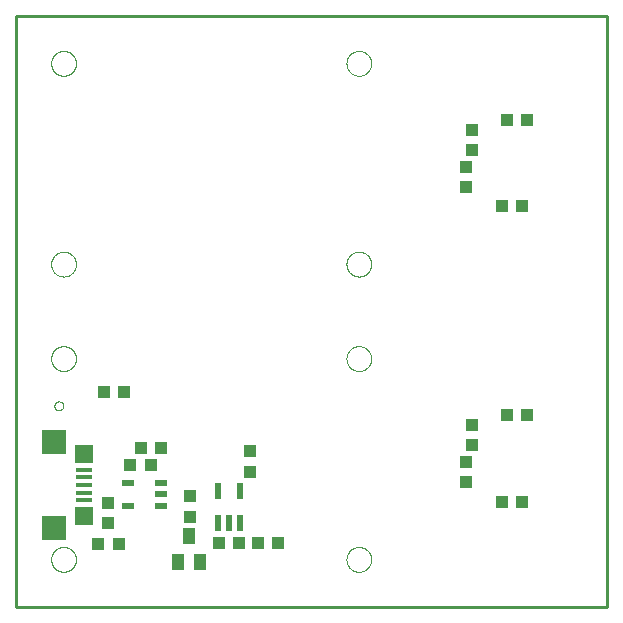
<source format=gtp>
G75*
%MOIN*%
%OFA0B0*%
%FSLAX25Y25*%
%IPPOS*%
%LPD*%
%AMOC8*
5,1,8,0,0,1.08239X$1,22.5*
%
%ADD10C,0.01000*%
%ADD11C,0.00000*%
%ADD12R,0.03937X0.04331*%
%ADD13R,0.04331X0.03937*%
%ADD14R,0.05315X0.01575*%
%ADD15R,0.07874X0.07874*%
%ADD16R,0.05906X0.05906*%
%ADD17R,0.04134X0.04252*%
%ADD18R,0.04331X0.02362*%
%ADD19R,0.04252X0.04134*%
%ADD20R,0.02362X0.05512*%
%ADD21R,0.03937X0.05512*%
D10*
X0001500Y0001500D02*
X0198350Y0001500D01*
X0198350Y0198350D01*
X0001500Y0198350D01*
X0001500Y0001500D01*
D11*
X0013114Y0017248D02*
X0013116Y0017376D01*
X0013122Y0017504D01*
X0013132Y0017631D01*
X0013146Y0017759D01*
X0013163Y0017885D01*
X0013185Y0018011D01*
X0013211Y0018137D01*
X0013240Y0018261D01*
X0013273Y0018385D01*
X0013310Y0018507D01*
X0013351Y0018628D01*
X0013396Y0018748D01*
X0013444Y0018867D01*
X0013496Y0018984D01*
X0013552Y0019099D01*
X0013611Y0019213D01*
X0013673Y0019324D01*
X0013739Y0019434D01*
X0013808Y0019541D01*
X0013881Y0019647D01*
X0013957Y0019750D01*
X0014036Y0019850D01*
X0014118Y0019949D01*
X0014203Y0020044D01*
X0014291Y0020137D01*
X0014382Y0020227D01*
X0014475Y0020314D01*
X0014572Y0020399D01*
X0014670Y0020480D01*
X0014772Y0020558D01*
X0014875Y0020633D01*
X0014981Y0020705D01*
X0015089Y0020774D01*
X0015199Y0020839D01*
X0015312Y0020900D01*
X0015426Y0020959D01*
X0015541Y0021013D01*
X0015659Y0021064D01*
X0015777Y0021112D01*
X0015898Y0021155D01*
X0016019Y0021195D01*
X0016142Y0021231D01*
X0016266Y0021264D01*
X0016391Y0021292D01*
X0016516Y0021317D01*
X0016642Y0021337D01*
X0016769Y0021354D01*
X0016897Y0021367D01*
X0017024Y0021376D01*
X0017152Y0021381D01*
X0017280Y0021382D01*
X0017408Y0021379D01*
X0017536Y0021372D01*
X0017663Y0021361D01*
X0017790Y0021346D01*
X0017917Y0021328D01*
X0018043Y0021305D01*
X0018168Y0021278D01*
X0018292Y0021248D01*
X0018415Y0021214D01*
X0018538Y0021176D01*
X0018659Y0021134D01*
X0018778Y0021088D01*
X0018896Y0021039D01*
X0019013Y0020986D01*
X0019128Y0020930D01*
X0019241Y0020870D01*
X0019352Y0020807D01*
X0019461Y0020740D01*
X0019568Y0020670D01*
X0019673Y0020596D01*
X0019775Y0020520D01*
X0019875Y0020440D01*
X0019973Y0020357D01*
X0020068Y0020271D01*
X0020160Y0020182D01*
X0020249Y0020091D01*
X0020336Y0019997D01*
X0020419Y0019900D01*
X0020500Y0019800D01*
X0020577Y0019699D01*
X0020652Y0019594D01*
X0020723Y0019488D01*
X0020790Y0019379D01*
X0020855Y0019269D01*
X0020915Y0019156D01*
X0020973Y0019042D01*
X0021026Y0018926D01*
X0021076Y0018808D01*
X0021123Y0018689D01*
X0021166Y0018568D01*
X0021205Y0018446D01*
X0021240Y0018323D01*
X0021271Y0018199D01*
X0021299Y0018074D01*
X0021322Y0017948D01*
X0021342Y0017822D01*
X0021358Y0017695D01*
X0021370Y0017568D01*
X0021378Y0017440D01*
X0021382Y0017312D01*
X0021382Y0017184D01*
X0021378Y0017056D01*
X0021370Y0016928D01*
X0021358Y0016801D01*
X0021342Y0016674D01*
X0021322Y0016548D01*
X0021299Y0016422D01*
X0021271Y0016297D01*
X0021240Y0016173D01*
X0021205Y0016050D01*
X0021166Y0015928D01*
X0021123Y0015807D01*
X0021076Y0015688D01*
X0021026Y0015570D01*
X0020973Y0015454D01*
X0020915Y0015340D01*
X0020855Y0015227D01*
X0020790Y0015117D01*
X0020723Y0015008D01*
X0020652Y0014902D01*
X0020577Y0014797D01*
X0020500Y0014696D01*
X0020419Y0014596D01*
X0020336Y0014499D01*
X0020249Y0014405D01*
X0020160Y0014314D01*
X0020068Y0014225D01*
X0019973Y0014139D01*
X0019875Y0014056D01*
X0019775Y0013976D01*
X0019673Y0013900D01*
X0019568Y0013826D01*
X0019461Y0013756D01*
X0019352Y0013689D01*
X0019241Y0013626D01*
X0019128Y0013566D01*
X0019013Y0013510D01*
X0018896Y0013457D01*
X0018778Y0013408D01*
X0018659Y0013362D01*
X0018538Y0013320D01*
X0018415Y0013282D01*
X0018292Y0013248D01*
X0018168Y0013218D01*
X0018043Y0013191D01*
X0017917Y0013168D01*
X0017790Y0013150D01*
X0017663Y0013135D01*
X0017536Y0013124D01*
X0017408Y0013117D01*
X0017280Y0013114D01*
X0017152Y0013115D01*
X0017024Y0013120D01*
X0016897Y0013129D01*
X0016769Y0013142D01*
X0016642Y0013159D01*
X0016516Y0013179D01*
X0016391Y0013204D01*
X0016266Y0013232D01*
X0016142Y0013265D01*
X0016019Y0013301D01*
X0015898Y0013341D01*
X0015777Y0013384D01*
X0015659Y0013432D01*
X0015541Y0013483D01*
X0015426Y0013537D01*
X0015312Y0013596D01*
X0015199Y0013657D01*
X0015089Y0013722D01*
X0014981Y0013791D01*
X0014875Y0013863D01*
X0014772Y0013938D01*
X0014670Y0014016D01*
X0014572Y0014097D01*
X0014475Y0014182D01*
X0014382Y0014269D01*
X0014291Y0014359D01*
X0014203Y0014452D01*
X0014118Y0014547D01*
X0014036Y0014646D01*
X0013957Y0014746D01*
X0013881Y0014849D01*
X0013808Y0014955D01*
X0013739Y0015062D01*
X0013673Y0015172D01*
X0013611Y0015283D01*
X0013552Y0015397D01*
X0013496Y0015512D01*
X0013444Y0015629D01*
X0013396Y0015748D01*
X0013351Y0015868D01*
X0013310Y0015989D01*
X0013273Y0016111D01*
X0013240Y0016235D01*
X0013211Y0016359D01*
X0013185Y0016485D01*
X0013163Y0016611D01*
X0013146Y0016737D01*
X0013132Y0016865D01*
X0013122Y0016992D01*
X0013116Y0017120D01*
X0013114Y0017248D01*
X0014197Y0068429D02*
X0014199Y0068506D01*
X0014205Y0068582D01*
X0014215Y0068658D01*
X0014229Y0068733D01*
X0014246Y0068808D01*
X0014268Y0068881D01*
X0014293Y0068954D01*
X0014323Y0069025D01*
X0014355Y0069094D01*
X0014392Y0069161D01*
X0014431Y0069227D01*
X0014474Y0069290D01*
X0014521Y0069351D01*
X0014570Y0069410D01*
X0014623Y0069466D01*
X0014678Y0069519D01*
X0014736Y0069569D01*
X0014796Y0069616D01*
X0014859Y0069660D01*
X0014924Y0069701D01*
X0014991Y0069738D01*
X0015060Y0069772D01*
X0015130Y0069802D01*
X0015202Y0069828D01*
X0015276Y0069850D01*
X0015350Y0069869D01*
X0015425Y0069884D01*
X0015501Y0069895D01*
X0015577Y0069902D01*
X0015654Y0069905D01*
X0015730Y0069904D01*
X0015807Y0069899D01*
X0015883Y0069890D01*
X0015959Y0069877D01*
X0016033Y0069860D01*
X0016107Y0069840D01*
X0016180Y0069815D01*
X0016251Y0069787D01*
X0016321Y0069755D01*
X0016389Y0069720D01*
X0016455Y0069681D01*
X0016519Y0069639D01*
X0016580Y0069593D01*
X0016640Y0069544D01*
X0016696Y0069493D01*
X0016750Y0069438D01*
X0016801Y0069381D01*
X0016849Y0069321D01*
X0016894Y0069259D01*
X0016935Y0069194D01*
X0016973Y0069128D01*
X0017008Y0069060D01*
X0017038Y0068989D01*
X0017066Y0068918D01*
X0017089Y0068845D01*
X0017109Y0068771D01*
X0017125Y0068696D01*
X0017137Y0068620D01*
X0017145Y0068544D01*
X0017149Y0068467D01*
X0017149Y0068391D01*
X0017145Y0068314D01*
X0017137Y0068238D01*
X0017125Y0068162D01*
X0017109Y0068087D01*
X0017089Y0068013D01*
X0017066Y0067940D01*
X0017038Y0067869D01*
X0017008Y0067798D01*
X0016973Y0067730D01*
X0016935Y0067664D01*
X0016894Y0067599D01*
X0016849Y0067537D01*
X0016801Y0067477D01*
X0016750Y0067420D01*
X0016696Y0067365D01*
X0016640Y0067314D01*
X0016580Y0067265D01*
X0016519Y0067219D01*
X0016455Y0067177D01*
X0016389Y0067138D01*
X0016321Y0067103D01*
X0016251Y0067071D01*
X0016180Y0067043D01*
X0016107Y0067018D01*
X0016033Y0066998D01*
X0015959Y0066981D01*
X0015883Y0066968D01*
X0015807Y0066959D01*
X0015730Y0066954D01*
X0015654Y0066953D01*
X0015577Y0066956D01*
X0015501Y0066963D01*
X0015425Y0066974D01*
X0015350Y0066989D01*
X0015276Y0067008D01*
X0015202Y0067030D01*
X0015130Y0067056D01*
X0015060Y0067086D01*
X0014991Y0067120D01*
X0014924Y0067157D01*
X0014859Y0067198D01*
X0014796Y0067242D01*
X0014736Y0067289D01*
X0014678Y0067339D01*
X0014623Y0067392D01*
X0014570Y0067448D01*
X0014521Y0067507D01*
X0014474Y0067568D01*
X0014431Y0067631D01*
X0014392Y0067697D01*
X0014355Y0067764D01*
X0014323Y0067833D01*
X0014293Y0067904D01*
X0014268Y0067977D01*
X0014246Y0068050D01*
X0014229Y0068125D01*
X0014215Y0068200D01*
X0014205Y0068276D01*
X0014199Y0068352D01*
X0014197Y0068429D01*
X0013114Y0084177D02*
X0013116Y0084305D01*
X0013122Y0084433D01*
X0013132Y0084560D01*
X0013146Y0084688D01*
X0013163Y0084814D01*
X0013185Y0084940D01*
X0013211Y0085066D01*
X0013240Y0085190D01*
X0013273Y0085314D01*
X0013310Y0085436D01*
X0013351Y0085557D01*
X0013396Y0085677D01*
X0013444Y0085796D01*
X0013496Y0085913D01*
X0013552Y0086028D01*
X0013611Y0086142D01*
X0013673Y0086253D01*
X0013739Y0086363D01*
X0013808Y0086470D01*
X0013881Y0086576D01*
X0013957Y0086679D01*
X0014036Y0086779D01*
X0014118Y0086878D01*
X0014203Y0086973D01*
X0014291Y0087066D01*
X0014382Y0087156D01*
X0014475Y0087243D01*
X0014572Y0087328D01*
X0014670Y0087409D01*
X0014772Y0087487D01*
X0014875Y0087562D01*
X0014981Y0087634D01*
X0015089Y0087703D01*
X0015199Y0087768D01*
X0015312Y0087829D01*
X0015426Y0087888D01*
X0015541Y0087942D01*
X0015659Y0087993D01*
X0015777Y0088041D01*
X0015898Y0088084D01*
X0016019Y0088124D01*
X0016142Y0088160D01*
X0016266Y0088193D01*
X0016391Y0088221D01*
X0016516Y0088246D01*
X0016642Y0088266D01*
X0016769Y0088283D01*
X0016897Y0088296D01*
X0017024Y0088305D01*
X0017152Y0088310D01*
X0017280Y0088311D01*
X0017408Y0088308D01*
X0017536Y0088301D01*
X0017663Y0088290D01*
X0017790Y0088275D01*
X0017917Y0088257D01*
X0018043Y0088234D01*
X0018168Y0088207D01*
X0018292Y0088177D01*
X0018415Y0088143D01*
X0018538Y0088105D01*
X0018659Y0088063D01*
X0018778Y0088017D01*
X0018896Y0087968D01*
X0019013Y0087915D01*
X0019128Y0087859D01*
X0019241Y0087799D01*
X0019352Y0087736D01*
X0019461Y0087669D01*
X0019568Y0087599D01*
X0019673Y0087525D01*
X0019775Y0087449D01*
X0019875Y0087369D01*
X0019973Y0087286D01*
X0020068Y0087200D01*
X0020160Y0087111D01*
X0020249Y0087020D01*
X0020336Y0086926D01*
X0020419Y0086829D01*
X0020500Y0086729D01*
X0020577Y0086628D01*
X0020652Y0086523D01*
X0020723Y0086417D01*
X0020790Y0086308D01*
X0020855Y0086198D01*
X0020915Y0086085D01*
X0020973Y0085971D01*
X0021026Y0085855D01*
X0021076Y0085737D01*
X0021123Y0085618D01*
X0021166Y0085497D01*
X0021205Y0085375D01*
X0021240Y0085252D01*
X0021271Y0085128D01*
X0021299Y0085003D01*
X0021322Y0084877D01*
X0021342Y0084751D01*
X0021358Y0084624D01*
X0021370Y0084497D01*
X0021378Y0084369D01*
X0021382Y0084241D01*
X0021382Y0084113D01*
X0021378Y0083985D01*
X0021370Y0083857D01*
X0021358Y0083730D01*
X0021342Y0083603D01*
X0021322Y0083477D01*
X0021299Y0083351D01*
X0021271Y0083226D01*
X0021240Y0083102D01*
X0021205Y0082979D01*
X0021166Y0082857D01*
X0021123Y0082736D01*
X0021076Y0082617D01*
X0021026Y0082499D01*
X0020973Y0082383D01*
X0020915Y0082269D01*
X0020855Y0082156D01*
X0020790Y0082046D01*
X0020723Y0081937D01*
X0020652Y0081831D01*
X0020577Y0081726D01*
X0020500Y0081625D01*
X0020419Y0081525D01*
X0020336Y0081428D01*
X0020249Y0081334D01*
X0020160Y0081243D01*
X0020068Y0081154D01*
X0019973Y0081068D01*
X0019875Y0080985D01*
X0019775Y0080905D01*
X0019673Y0080829D01*
X0019568Y0080755D01*
X0019461Y0080685D01*
X0019352Y0080618D01*
X0019241Y0080555D01*
X0019128Y0080495D01*
X0019013Y0080439D01*
X0018896Y0080386D01*
X0018778Y0080337D01*
X0018659Y0080291D01*
X0018538Y0080249D01*
X0018415Y0080211D01*
X0018292Y0080177D01*
X0018168Y0080147D01*
X0018043Y0080120D01*
X0017917Y0080097D01*
X0017790Y0080079D01*
X0017663Y0080064D01*
X0017536Y0080053D01*
X0017408Y0080046D01*
X0017280Y0080043D01*
X0017152Y0080044D01*
X0017024Y0080049D01*
X0016897Y0080058D01*
X0016769Y0080071D01*
X0016642Y0080088D01*
X0016516Y0080108D01*
X0016391Y0080133D01*
X0016266Y0080161D01*
X0016142Y0080194D01*
X0016019Y0080230D01*
X0015898Y0080270D01*
X0015777Y0080313D01*
X0015659Y0080361D01*
X0015541Y0080412D01*
X0015426Y0080466D01*
X0015312Y0080525D01*
X0015199Y0080586D01*
X0015089Y0080651D01*
X0014981Y0080720D01*
X0014875Y0080792D01*
X0014772Y0080867D01*
X0014670Y0080945D01*
X0014572Y0081026D01*
X0014475Y0081111D01*
X0014382Y0081198D01*
X0014291Y0081288D01*
X0014203Y0081381D01*
X0014118Y0081476D01*
X0014036Y0081575D01*
X0013957Y0081675D01*
X0013881Y0081778D01*
X0013808Y0081884D01*
X0013739Y0081991D01*
X0013673Y0082101D01*
X0013611Y0082212D01*
X0013552Y0082326D01*
X0013496Y0082441D01*
X0013444Y0082558D01*
X0013396Y0082677D01*
X0013351Y0082797D01*
X0013310Y0082918D01*
X0013273Y0083040D01*
X0013240Y0083164D01*
X0013211Y0083288D01*
X0013185Y0083414D01*
X0013163Y0083540D01*
X0013146Y0083666D01*
X0013132Y0083794D01*
X0013122Y0083921D01*
X0013116Y0084049D01*
X0013114Y0084177D01*
X0013114Y0115673D02*
X0013116Y0115801D01*
X0013122Y0115929D01*
X0013132Y0116056D01*
X0013146Y0116184D01*
X0013163Y0116310D01*
X0013185Y0116436D01*
X0013211Y0116562D01*
X0013240Y0116686D01*
X0013273Y0116810D01*
X0013310Y0116932D01*
X0013351Y0117053D01*
X0013396Y0117173D01*
X0013444Y0117292D01*
X0013496Y0117409D01*
X0013552Y0117524D01*
X0013611Y0117638D01*
X0013673Y0117749D01*
X0013739Y0117859D01*
X0013808Y0117966D01*
X0013881Y0118072D01*
X0013957Y0118175D01*
X0014036Y0118275D01*
X0014118Y0118374D01*
X0014203Y0118469D01*
X0014291Y0118562D01*
X0014382Y0118652D01*
X0014475Y0118739D01*
X0014572Y0118824D01*
X0014670Y0118905D01*
X0014772Y0118983D01*
X0014875Y0119058D01*
X0014981Y0119130D01*
X0015089Y0119199D01*
X0015199Y0119264D01*
X0015312Y0119325D01*
X0015426Y0119384D01*
X0015541Y0119438D01*
X0015659Y0119489D01*
X0015777Y0119537D01*
X0015898Y0119580D01*
X0016019Y0119620D01*
X0016142Y0119656D01*
X0016266Y0119689D01*
X0016391Y0119717D01*
X0016516Y0119742D01*
X0016642Y0119762D01*
X0016769Y0119779D01*
X0016897Y0119792D01*
X0017024Y0119801D01*
X0017152Y0119806D01*
X0017280Y0119807D01*
X0017408Y0119804D01*
X0017536Y0119797D01*
X0017663Y0119786D01*
X0017790Y0119771D01*
X0017917Y0119753D01*
X0018043Y0119730D01*
X0018168Y0119703D01*
X0018292Y0119673D01*
X0018415Y0119639D01*
X0018538Y0119601D01*
X0018659Y0119559D01*
X0018778Y0119513D01*
X0018896Y0119464D01*
X0019013Y0119411D01*
X0019128Y0119355D01*
X0019241Y0119295D01*
X0019352Y0119232D01*
X0019461Y0119165D01*
X0019568Y0119095D01*
X0019673Y0119021D01*
X0019775Y0118945D01*
X0019875Y0118865D01*
X0019973Y0118782D01*
X0020068Y0118696D01*
X0020160Y0118607D01*
X0020249Y0118516D01*
X0020336Y0118422D01*
X0020419Y0118325D01*
X0020500Y0118225D01*
X0020577Y0118124D01*
X0020652Y0118019D01*
X0020723Y0117913D01*
X0020790Y0117804D01*
X0020855Y0117694D01*
X0020915Y0117581D01*
X0020973Y0117467D01*
X0021026Y0117351D01*
X0021076Y0117233D01*
X0021123Y0117114D01*
X0021166Y0116993D01*
X0021205Y0116871D01*
X0021240Y0116748D01*
X0021271Y0116624D01*
X0021299Y0116499D01*
X0021322Y0116373D01*
X0021342Y0116247D01*
X0021358Y0116120D01*
X0021370Y0115993D01*
X0021378Y0115865D01*
X0021382Y0115737D01*
X0021382Y0115609D01*
X0021378Y0115481D01*
X0021370Y0115353D01*
X0021358Y0115226D01*
X0021342Y0115099D01*
X0021322Y0114973D01*
X0021299Y0114847D01*
X0021271Y0114722D01*
X0021240Y0114598D01*
X0021205Y0114475D01*
X0021166Y0114353D01*
X0021123Y0114232D01*
X0021076Y0114113D01*
X0021026Y0113995D01*
X0020973Y0113879D01*
X0020915Y0113765D01*
X0020855Y0113652D01*
X0020790Y0113542D01*
X0020723Y0113433D01*
X0020652Y0113327D01*
X0020577Y0113222D01*
X0020500Y0113121D01*
X0020419Y0113021D01*
X0020336Y0112924D01*
X0020249Y0112830D01*
X0020160Y0112739D01*
X0020068Y0112650D01*
X0019973Y0112564D01*
X0019875Y0112481D01*
X0019775Y0112401D01*
X0019673Y0112325D01*
X0019568Y0112251D01*
X0019461Y0112181D01*
X0019352Y0112114D01*
X0019241Y0112051D01*
X0019128Y0111991D01*
X0019013Y0111935D01*
X0018896Y0111882D01*
X0018778Y0111833D01*
X0018659Y0111787D01*
X0018538Y0111745D01*
X0018415Y0111707D01*
X0018292Y0111673D01*
X0018168Y0111643D01*
X0018043Y0111616D01*
X0017917Y0111593D01*
X0017790Y0111575D01*
X0017663Y0111560D01*
X0017536Y0111549D01*
X0017408Y0111542D01*
X0017280Y0111539D01*
X0017152Y0111540D01*
X0017024Y0111545D01*
X0016897Y0111554D01*
X0016769Y0111567D01*
X0016642Y0111584D01*
X0016516Y0111604D01*
X0016391Y0111629D01*
X0016266Y0111657D01*
X0016142Y0111690D01*
X0016019Y0111726D01*
X0015898Y0111766D01*
X0015777Y0111809D01*
X0015659Y0111857D01*
X0015541Y0111908D01*
X0015426Y0111962D01*
X0015312Y0112021D01*
X0015199Y0112082D01*
X0015089Y0112147D01*
X0014981Y0112216D01*
X0014875Y0112288D01*
X0014772Y0112363D01*
X0014670Y0112441D01*
X0014572Y0112522D01*
X0014475Y0112607D01*
X0014382Y0112694D01*
X0014291Y0112784D01*
X0014203Y0112877D01*
X0014118Y0112972D01*
X0014036Y0113071D01*
X0013957Y0113171D01*
X0013881Y0113274D01*
X0013808Y0113380D01*
X0013739Y0113487D01*
X0013673Y0113597D01*
X0013611Y0113708D01*
X0013552Y0113822D01*
X0013496Y0113937D01*
X0013444Y0114054D01*
X0013396Y0114173D01*
X0013351Y0114293D01*
X0013310Y0114414D01*
X0013273Y0114536D01*
X0013240Y0114660D01*
X0013211Y0114784D01*
X0013185Y0114910D01*
X0013163Y0115036D01*
X0013146Y0115162D01*
X0013132Y0115290D01*
X0013122Y0115417D01*
X0013116Y0115545D01*
X0013114Y0115673D01*
X0013114Y0182602D02*
X0013116Y0182730D01*
X0013122Y0182858D01*
X0013132Y0182985D01*
X0013146Y0183113D01*
X0013163Y0183239D01*
X0013185Y0183365D01*
X0013211Y0183491D01*
X0013240Y0183615D01*
X0013273Y0183739D01*
X0013310Y0183861D01*
X0013351Y0183982D01*
X0013396Y0184102D01*
X0013444Y0184221D01*
X0013496Y0184338D01*
X0013552Y0184453D01*
X0013611Y0184567D01*
X0013673Y0184678D01*
X0013739Y0184788D01*
X0013808Y0184895D01*
X0013881Y0185001D01*
X0013957Y0185104D01*
X0014036Y0185204D01*
X0014118Y0185303D01*
X0014203Y0185398D01*
X0014291Y0185491D01*
X0014382Y0185581D01*
X0014475Y0185668D01*
X0014572Y0185753D01*
X0014670Y0185834D01*
X0014772Y0185912D01*
X0014875Y0185987D01*
X0014981Y0186059D01*
X0015089Y0186128D01*
X0015199Y0186193D01*
X0015312Y0186254D01*
X0015426Y0186313D01*
X0015541Y0186367D01*
X0015659Y0186418D01*
X0015777Y0186466D01*
X0015898Y0186509D01*
X0016019Y0186549D01*
X0016142Y0186585D01*
X0016266Y0186618D01*
X0016391Y0186646D01*
X0016516Y0186671D01*
X0016642Y0186691D01*
X0016769Y0186708D01*
X0016897Y0186721D01*
X0017024Y0186730D01*
X0017152Y0186735D01*
X0017280Y0186736D01*
X0017408Y0186733D01*
X0017536Y0186726D01*
X0017663Y0186715D01*
X0017790Y0186700D01*
X0017917Y0186682D01*
X0018043Y0186659D01*
X0018168Y0186632D01*
X0018292Y0186602D01*
X0018415Y0186568D01*
X0018538Y0186530D01*
X0018659Y0186488D01*
X0018778Y0186442D01*
X0018896Y0186393D01*
X0019013Y0186340D01*
X0019128Y0186284D01*
X0019241Y0186224D01*
X0019352Y0186161D01*
X0019461Y0186094D01*
X0019568Y0186024D01*
X0019673Y0185950D01*
X0019775Y0185874D01*
X0019875Y0185794D01*
X0019973Y0185711D01*
X0020068Y0185625D01*
X0020160Y0185536D01*
X0020249Y0185445D01*
X0020336Y0185351D01*
X0020419Y0185254D01*
X0020500Y0185154D01*
X0020577Y0185053D01*
X0020652Y0184948D01*
X0020723Y0184842D01*
X0020790Y0184733D01*
X0020855Y0184623D01*
X0020915Y0184510D01*
X0020973Y0184396D01*
X0021026Y0184280D01*
X0021076Y0184162D01*
X0021123Y0184043D01*
X0021166Y0183922D01*
X0021205Y0183800D01*
X0021240Y0183677D01*
X0021271Y0183553D01*
X0021299Y0183428D01*
X0021322Y0183302D01*
X0021342Y0183176D01*
X0021358Y0183049D01*
X0021370Y0182922D01*
X0021378Y0182794D01*
X0021382Y0182666D01*
X0021382Y0182538D01*
X0021378Y0182410D01*
X0021370Y0182282D01*
X0021358Y0182155D01*
X0021342Y0182028D01*
X0021322Y0181902D01*
X0021299Y0181776D01*
X0021271Y0181651D01*
X0021240Y0181527D01*
X0021205Y0181404D01*
X0021166Y0181282D01*
X0021123Y0181161D01*
X0021076Y0181042D01*
X0021026Y0180924D01*
X0020973Y0180808D01*
X0020915Y0180694D01*
X0020855Y0180581D01*
X0020790Y0180471D01*
X0020723Y0180362D01*
X0020652Y0180256D01*
X0020577Y0180151D01*
X0020500Y0180050D01*
X0020419Y0179950D01*
X0020336Y0179853D01*
X0020249Y0179759D01*
X0020160Y0179668D01*
X0020068Y0179579D01*
X0019973Y0179493D01*
X0019875Y0179410D01*
X0019775Y0179330D01*
X0019673Y0179254D01*
X0019568Y0179180D01*
X0019461Y0179110D01*
X0019352Y0179043D01*
X0019241Y0178980D01*
X0019128Y0178920D01*
X0019013Y0178864D01*
X0018896Y0178811D01*
X0018778Y0178762D01*
X0018659Y0178716D01*
X0018538Y0178674D01*
X0018415Y0178636D01*
X0018292Y0178602D01*
X0018168Y0178572D01*
X0018043Y0178545D01*
X0017917Y0178522D01*
X0017790Y0178504D01*
X0017663Y0178489D01*
X0017536Y0178478D01*
X0017408Y0178471D01*
X0017280Y0178468D01*
X0017152Y0178469D01*
X0017024Y0178474D01*
X0016897Y0178483D01*
X0016769Y0178496D01*
X0016642Y0178513D01*
X0016516Y0178533D01*
X0016391Y0178558D01*
X0016266Y0178586D01*
X0016142Y0178619D01*
X0016019Y0178655D01*
X0015898Y0178695D01*
X0015777Y0178738D01*
X0015659Y0178786D01*
X0015541Y0178837D01*
X0015426Y0178891D01*
X0015312Y0178950D01*
X0015199Y0179011D01*
X0015089Y0179076D01*
X0014981Y0179145D01*
X0014875Y0179217D01*
X0014772Y0179292D01*
X0014670Y0179370D01*
X0014572Y0179451D01*
X0014475Y0179536D01*
X0014382Y0179623D01*
X0014291Y0179713D01*
X0014203Y0179806D01*
X0014118Y0179901D01*
X0014036Y0180000D01*
X0013957Y0180100D01*
X0013881Y0180203D01*
X0013808Y0180309D01*
X0013739Y0180416D01*
X0013673Y0180526D01*
X0013611Y0180637D01*
X0013552Y0180751D01*
X0013496Y0180866D01*
X0013444Y0180983D01*
X0013396Y0181102D01*
X0013351Y0181222D01*
X0013310Y0181343D01*
X0013273Y0181465D01*
X0013240Y0181589D01*
X0013211Y0181713D01*
X0013185Y0181839D01*
X0013163Y0181965D01*
X0013146Y0182091D01*
X0013132Y0182219D01*
X0013122Y0182346D01*
X0013116Y0182474D01*
X0013114Y0182602D01*
X0111539Y0182602D02*
X0111541Y0182730D01*
X0111547Y0182858D01*
X0111557Y0182985D01*
X0111571Y0183113D01*
X0111588Y0183239D01*
X0111610Y0183365D01*
X0111636Y0183491D01*
X0111665Y0183615D01*
X0111698Y0183739D01*
X0111735Y0183861D01*
X0111776Y0183982D01*
X0111821Y0184102D01*
X0111869Y0184221D01*
X0111921Y0184338D01*
X0111977Y0184453D01*
X0112036Y0184567D01*
X0112098Y0184678D01*
X0112164Y0184788D01*
X0112233Y0184895D01*
X0112306Y0185001D01*
X0112382Y0185104D01*
X0112461Y0185204D01*
X0112543Y0185303D01*
X0112628Y0185398D01*
X0112716Y0185491D01*
X0112807Y0185581D01*
X0112900Y0185668D01*
X0112997Y0185753D01*
X0113095Y0185834D01*
X0113197Y0185912D01*
X0113300Y0185987D01*
X0113406Y0186059D01*
X0113514Y0186128D01*
X0113624Y0186193D01*
X0113737Y0186254D01*
X0113851Y0186313D01*
X0113966Y0186367D01*
X0114084Y0186418D01*
X0114202Y0186466D01*
X0114323Y0186509D01*
X0114444Y0186549D01*
X0114567Y0186585D01*
X0114691Y0186618D01*
X0114816Y0186646D01*
X0114941Y0186671D01*
X0115067Y0186691D01*
X0115194Y0186708D01*
X0115322Y0186721D01*
X0115449Y0186730D01*
X0115577Y0186735D01*
X0115705Y0186736D01*
X0115833Y0186733D01*
X0115961Y0186726D01*
X0116088Y0186715D01*
X0116215Y0186700D01*
X0116342Y0186682D01*
X0116468Y0186659D01*
X0116593Y0186632D01*
X0116717Y0186602D01*
X0116840Y0186568D01*
X0116963Y0186530D01*
X0117084Y0186488D01*
X0117203Y0186442D01*
X0117321Y0186393D01*
X0117438Y0186340D01*
X0117553Y0186284D01*
X0117666Y0186224D01*
X0117777Y0186161D01*
X0117886Y0186094D01*
X0117993Y0186024D01*
X0118098Y0185950D01*
X0118200Y0185874D01*
X0118300Y0185794D01*
X0118398Y0185711D01*
X0118493Y0185625D01*
X0118585Y0185536D01*
X0118674Y0185445D01*
X0118761Y0185351D01*
X0118844Y0185254D01*
X0118925Y0185154D01*
X0119002Y0185053D01*
X0119077Y0184948D01*
X0119148Y0184842D01*
X0119215Y0184733D01*
X0119280Y0184623D01*
X0119340Y0184510D01*
X0119398Y0184396D01*
X0119451Y0184280D01*
X0119501Y0184162D01*
X0119548Y0184043D01*
X0119591Y0183922D01*
X0119630Y0183800D01*
X0119665Y0183677D01*
X0119696Y0183553D01*
X0119724Y0183428D01*
X0119747Y0183302D01*
X0119767Y0183176D01*
X0119783Y0183049D01*
X0119795Y0182922D01*
X0119803Y0182794D01*
X0119807Y0182666D01*
X0119807Y0182538D01*
X0119803Y0182410D01*
X0119795Y0182282D01*
X0119783Y0182155D01*
X0119767Y0182028D01*
X0119747Y0181902D01*
X0119724Y0181776D01*
X0119696Y0181651D01*
X0119665Y0181527D01*
X0119630Y0181404D01*
X0119591Y0181282D01*
X0119548Y0181161D01*
X0119501Y0181042D01*
X0119451Y0180924D01*
X0119398Y0180808D01*
X0119340Y0180694D01*
X0119280Y0180581D01*
X0119215Y0180471D01*
X0119148Y0180362D01*
X0119077Y0180256D01*
X0119002Y0180151D01*
X0118925Y0180050D01*
X0118844Y0179950D01*
X0118761Y0179853D01*
X0118674Y0179759D01*
X0118585Y0179668D01*
X0118493Y0179579D01*
X0118398Y0179493D01*
X0118300Y0179410D01*
X0118200Y0179330D01*
X0118098Y0179254D01*
X0117993Y0179180D01*
X0117886Y0179110D01*
X0117777Y0179043D01*
X0117666Y0178980D01*
X0117553Y0178920D01*
X0117438Y0178864D01*
X0117321Y0178811D01*
X0117203Y0178762D01*
X0117084Y0178716D01*
X0116963Y0178674D01*
X0116840Y0178636D01*
X0116717Y0178602D01*
X0116593Y0178572D01*
X0116468Y0178545D01*
X0116342Y0178522D01*
X0116215Y0178504D01*
X0116088Y0178489D01*
X0115961Y0178478D01*
X0115833Y0178471D01*
X0115705Y0178468D01*
X0115577Y0178469D01*
X0115449Y0178474D01*
X0115322Y0178483D01*
X0115194Y0178496D01*
X0115067Y0178513D01*
X0114941Y0178533D01*
X0114816Y0178558D01*
X0114691Y0178586D01*
X0114567Y0178619D01*
X0114444Y0178655D01*
X0114323Y0178695D01*
X0114202Y0178738D01*
X0114084Y0178786D01*
X0113966Y0178837D01*
X0113851Y0178891D01*
X0113737Y0178950D01*
X0113624Y0179011D01*
X0113514Y0179076D01*
X0113406Y0179145D01*
X0113300Y0179217D01*
X0113197Y0179292D01*
X0113095Y0179370D01*
X0112997Y0179451D01*
X0112900Y0179536D01*
X0112807Y0179623D01*
X0112716Y0179713D01*
X0112628Y0179806D01*
X0112543Y0179901D01*
X0112461Y0180000D01*
X0112382Y0180100D01*
X0112306Y0180203D01*
X0112233Y0180309D01*
X0112164Y0180416D01*
X0112098Y0180526D01*
X0112036Y0180637D01*
X0111977Y0180751D01*
X0111921Y0180866D01*
X0111869Y0180983D01*
X0111821Y0181102D01*
X0111776Y0181222D01*
X0111735Y0181343D01*
X0111698Y0181465D01*
X0111665Y0181589D01*
X0111636Y0181713D01*
X0111610Y0181839D01*
X0111588Y0181965D01*
X0111571Y0182091D01*
X0111557Y0182219D01*
X0111547Y0182346D01*
X0111541Y0182474D01*
X0111539Y0182602D01*
X0111539Y0115673D02*
X0111541Y0115801D01*
X0111547Y0115929D01*
X0111557Y0116056D01*
X0111571Y0116184D01*
X0111588Y0116310D01*
X0111610Y0116436D01*
X0111636Y0116562D01*
X0111665Y0116686D01*
X0111698Y0116810D01*
X0111735Y0116932D01*
X0111776Y0117053D01*
X0111821Y0117173D01*
X0111869Y0117292D01*
X0111921Y0117409D01*
X0111977Y0117524D01*
X0112036Y0117638D01*
X0112098Y0117749D01*
X0112164Y0117859D01*
X0112233Y0117966D01*
X0112306Y0118072D01*
X0112382Y0118175D01*
X0112461Y0118275D01*
X0112543Y0118374D01*
X0112628Y0118469D01*
X0112716Y0118562D01*
X0112807Y0118652D01*
X0112900Y0118739D01*
X0112997Y0118824D01*
X0113095Y0118905D01*
X0113197Y0118983D01*
X0113300Y0119058D01*
X0113406Y0119130D01*
X0113514Y0119199D01*
X0113624Y0119264D01*
X0113737Y0119325D01*
X0113851Y0119384D01*
X0113966Y0119438D01*
X0114084Y0119489D01*
X0114202Y0119537D01*
X0114323Y0119580D01*
X0114444Y0119620D01*
X0114567Y0119656D01*
X0114691Y0119689D01*
X0114816Y0119717D01*
X0114941Y0119742D01*
X0115067Y0119762D01*
X0115194Y0119779D01*
X0115322Y0119792D01*
X0115449Y0119801D01*
X0115577Y0119806D01*
X0115705Y0119807D01*
X0115833Y0119804D01*
X0115961Y0119797D01*
X0116088Y0119786D01*
X0116215Y0119771D01*
X0116342Y0119753D01*
X0116468Y0119730D01*
X0116593Y0119703D01*
X0116717Y0119673D01*
X0116840Y0119639D01*
X0116963Y0119601D01*
X0117084Y0119559D01*
X0117203Y0119513D01*
X0117321Y0119464D01*
X0117438Y0119411D01*
X0117553Y0119355D01*
X0117666Y0119295D01*
X0117777Y0119232D01*
X0117886Y0119165D01*
X0117993Y0119095D01*
X0118098Y0119021D01*
X0118200Y0118945D01*
X0118300Y0118865D01*
X0118398Y0118782D01*
X0118493Y0118696D01*
X0118585Y0118607D01*
X0118674Y0118516D01*
X0118761Y0118422D01*
X0118844Y0118325D01*
X0118925Y0118225D01*
X0119002Y0118124D01*
X0119077Y0118019D01*
X0119148Y0117913D01*
X0119215Y0117804D01*
X0119280Y0117694D01*
X0119340Y0117581D01*
X0119398Y0117467D01*
X0119451Y0117351D01*
X0119501Y0117233D01*
X0119548Y0117114D01*
X0119591Y0116993D01*
X0119630Y0116871D01*
X0119665Y0116748D01*
X0119696Y0116624D01*
X0119724Y0116499D01*
X0119747Y0116373D01*
X0119767Y0116247D01*
X0119783Y0116120D01*
X0119795Y0115993D01*
X0119803Y0115865D01*
X0119807Y0115737D01*
X0119807Y0115609D01*
X0119803Y0115481D01*
X0119795Y0115353D01*
X0119783Y0115226D01*
X0119767Y0115099D01*
X0119747Y0114973D01*
X0119724Y0114847D01*
X0119696Y0114722D01*
X0119665Y0114598D01*
X0119630Y0114475D01*
X0119591Y0114353D01*
X0119548Y0114232D01*
X0119501Y0114113D01*
X0119451Y0113995D01*
X0119398Y0113879D01*
X0119340Y0113765D01*
X0119280Y0113652D01*
X0119215Y0113542D01*
X0119148Y0113433D01*
X0119077Y0113327D01*
X0119002Y0113222D01*
X0118925Y0113121D01*
X0118844Y0113021D01*
X0118761Y0112924D01*
X0118674Y0112830D01*
X0118585Y0112739D01*
X0118493Y0112650D01*
X0118398Y0112564D01*
X0118300Y0112481D01*
X0118200Y0112401D01*
X0118098Y0112325D01*
X0117993Y0112251D01*
X0117886Y0112181D01*
X0117777Y0112114D01*
X0117666Y0112051D01*
X0117553Y0111991D01*
X0117438Y0111935D01*
X0117321Y0111882D01*
X0117203Y0111833D01*
X0117084Y0111787D01*
X0116963Y0111745D01*
X0116840Y0111707D01*
X0116717Y0111673D01*
X0116593Y0111643D01*
X0116468Y0111616D01*
X0116342Y0111593D01*
X0116215Y0111575D01*
X0116088Y0111560D01*
X0115961Y0111549D01*
X0115833Y0111542D01*
X0115705Y0111539D01*
X0115577Y0111540D01*
X0115449Y0111545D01*
X0115322Y0111554D01*
X0115194Y0111567D01*
X0115067Y0111584D01*
X0114941Y0111604D01*
X0114816Y0111629D01*
X0114691Y0111657D01*
X0114567Y0111690D01*
X0114444Y0111726D01*
X0114323Y0111766D01*
X0114202Y0111809D01*
X0114084Y0111857D01*
X0113966Y0111908D01*
X0113851Y0111962D01*
X0113737Y0112021D01*
X0113624Y0112082D01*
X0113514Y0112147D01*
X0113406Y0112216D01*
X0113300Y0112288D01*
X0113197Y0112363D01*
X0113095Y0112441D01*
X0112997Y0112522D01*
X0112900Y0112607D01*
X0112807Y0112694D01*
X0112716Y0112784D01*
X0112628Y0112877D01*
X0112543Y0112972D01*
X0112461Y0113071D01*
X0112382Y0113171D01*
X0112306Y0113274D01*
X0112233Y0113380D01*
X0112164Y0113487D01*
X0112098Y0113597D01*
X0112036Y0113708D01*
X0111977Y0113822D01*
X0111921Y0113937D01*
X0111869Y0114054D01*
X0111821Y0114173D01*
X0111776Y0114293D01*
X0111735Y0114414D01*
X0111698Y0114536D01*
X0111665Y0114660D01*
X0111636Y0114784D01*
X0111610Y0114910D01*
X0111588Y0115036D01*
X0111571Y0115162D01*
X0111557Y0115290D01*
X0111547Y0115417D01*
X0111541Y0115545D01*
X0111539Y0115673D01*
X0111539Y0084177D02*
X0111541Y0084305D01*
X0111547Y0084433D01*
X0111557Y0084560D01*
X0111571Y0084688D01*
X0111588Y0084814D01*
X0111610Y0084940D01*
X0111636Y0085066D01*
X0111665Y0085190D01*
X0111698Y0085314D01*
X0111735Y0085436D01*
X0111776Y0085557D01*
X0111821Y0085677D01*
X0111869Y0085796D01*
X0111921Y0085913D01*
X0111977Y0086028D01*
X0112036Y0086142D01*
X0112098Y0086253D01*
X0112164Y0086363D01*
X0112233Y0086470D01*
X0112306Y0086576D01*
X0112382Y0086679D01*
X0112461Y0086779D01*
X0112543Y0086878D01*
X0112628Y0086973D01*
X0112716Y0087066D01*
X0112807Y0087156D01*
X0112900Y0087243D01*
X0112997Y0087328D01*
X0113095Y0087409D01*
X0113197Y0087487D01*
X0113300Y0087562D01*
X0113406Y0087634D01*
X0113514Y0087703D01*
X0113624Y0087768D01*
X0113737Y0087829D01*
X0113851Y0087888D01*
X0113966Y0087942D01*
X0114084Y0087993D01*
X0114202Y0088041D01*
X0114323Y0088084D01*
X0114444Y0088124D01*
X0114567Y0088160D01*
X0114691Y0088193D01*
X0114816Y0088221D01*
X0114941Y0088246D01*
X0115067Y0088266D01*
X0115194Y0088283D01*
X0115322Y0088296D01*
X0115449Y0088305D01*
X0115577Y0088310D01*
X0115705Y0088311D01*
X0115833Y0088308D01*
X0115961Y0088301D01*
X0116088Y0088290D01*
X0116215Y0088275D01*
X0116342Y0088257D01*
X0116468Y0088234D01*
X0116593Y0088207D01*
X0116717Y0088177D01*
X0116840Y0088143D01*
X0116963Y0088105D01*
X0117084Y0088063D01*
X0117203Y0088017D01*
X0117321Y0087968D01*
X0117438Y0087915D01*
X0117553Y0087859D01*
X0117666Y0087799D01*
X0117777Y0087736D01*
X0117886Y0087669D01*
X0117993Y0087599D01*
X0118098Y0087525D01*
X0118200Y0087449D01*
X0118300Y0087369D01*
X0118398Y0087286D01*
X0118493Y0087200D01*
X0118585Y0087111D01*
X0118674Y0087020D01*
X0118761Y0086926D01*
X0118844Y0086829D01*
X0118925Y0086729D01*
X0119002Y0086628D01*
X0119077Y0086523D01*
X0119148Y0086417D01*
X0119215Y0086308D01*
X0119280Y0086198D01*
X0119340Y0086085D01*
X0119398Y0085971D01*
X0119451Y0085855D01*
X0119501Y0085737D01*
X0119548Y0085618D01*
X0119591Y0085497D01*
X0119630Y0085375D01*
X0119665Y0085252D01*
X0119696Y0085128D01*
X0119724Y0085003D01*
X0119747Y0084877D01*
X0119767Y0084751D01*
X0119783Y0084624D01*
X0119795Y0084497D01*
X0119803Y0084369D01*
X0119807Y0084241D01*
X0119807Y0084113D01*
X0119803Y0083985D01*
X0119795Y0083857D01*
X0119783Y0083730D01*
X0119767Y0083603D01*
X0119747Y0083477D01*
X0119724Y0083351D01*
X0119696Y0083226D01*
X0119665Y0083102D01*
X0119630Y0082979D01*
X0119591Y0082857D01*
X0119548Y0082736D01*
X0119501Y0082617D01*
X0119451Y0082499D01*
X0119398Y0082383D01*
X0119340Y0082269D01*
X0119280Y0082156D01*
X0119215Y0082046D01*
X0119148Y0081937D01*
X0119077Y0081831D01*
X0119002Y0081726D01*
X0118925Y0081625D01*
X0118844Y0081525D01*
X0118761Y0081428D01*
X0118674Y0081334D01*
X0118585Y0081243D01*
X0118493Y0081154D01*
X0118398Y0081068D01*
X0118300Y0080985D01*
X0118200Y0080905D01*
X0118098Y0080829D01*
X0117993Y0080755D01*
X0117886Y0080685D01*
X0117777Y0080618D01*
X0117666Y0080555D01*
X0117553Y0080495D01*
X0117438Y0080439D01*
X0117321Y0080386D01*
X0117203Y0080337D01*
X0117084Y0080291D01*
X0116963Y0080249D01*
X0116840Y0080211D01*
X0116717Y0080177D01*
X0116593Y0080147D01*
X0116468Y0080120D01*
X0116342Y0080097D01*
X0116215Y0080079D01*
X0116088Y0080064D01*
X0115961Y0080053D01*
X0115833Y0080046D01*
X0115705Y0080043D01*
X0115577Y0080044D01*
X0115449Y0080049D01*
X0115322Y0080058D01*
X0115194Y0080071D01*
X0115067Y0080088D01*
X0114941Y0080108D01*
X0114816Y0080133D01*
X0114691Y0080161D01*
X0114567Y0080194D01*
X0114444Y0080230D01*
X0114323Y0080270D01*
X0114202Y0080313D01*
X0114084Y0080361D01*
X0113966Y0080412D01*
X0113851Y0080466D01*
X0113737Y0080525D01*
X0113624Y0080586D01*
X0113514Y0080651D01*
X0113406Y0080720D01*
X0113300Y0080792D01*
X0113197Y0080867D01*
X0113095Y0080945D01*
X0112997Y0081026D01*
X0112900Y0081111D01*
X0112807Y0081198D01*
X0112716Y0081288D01*
X0112628Y0081381D01*
X0112543Y0081476D01*
X0112461Y0081575D01*
X0112382Y0081675D01*
X0112306Y0081778D01*
X0112233Y0081884D01*
X0112164Y0081991D01*
X0112098Y0082101D01*
X0112036Y0082212D01*
X0111977Y0082326D01*
X0111921Y0082441D01*
X0111869Y0082558D01*
X0111821Y0082677D01*
X0111776Y0082797D01*
X0111735Y0082918D01*
X0111698Y0083040D01*
X0111665Y0083164D01*
X0111636Y0083288D01*
X0111610Y0083414D01*
X0111588Y0083540D01*
X0111571Y0083666D01*
X0111557Y0083794D01*
X0111547Y0083921D01*
X0111541Y0084049D01*
X0111539Y0084177D01*
X0111539Y0017248D02*
X0111541Y0017376D01*
X0111547Y0017504D01*
X0111557Y0017631D01*
X0111571Y0017759D01*
X0111588Y0017885D01*
X0111610Y0018011D01*
X0111636Y0018137D01*
X0111665Y0018261D01*
X0111698Y0018385D01*
X0111735Y0018507D01*
X0111776Y0018628D01*
X0111821Y0018748D01*
X0111869Y0018867D01*
X0111921Y0018984D01*
X0111977Y0019099D01*
X0112036Y0019213D01*
X0112098Y0019324D01*
X0112164Y0019434D01*
X0112233Y0019541D01*
X0112306Y0019647D01*
X0112382Y0019750D01*
X0112461Y0019850D01*
X0112543Y0019949D01*
X0112628Y0020044D01*
X0112716Y0020137D01*
X0112807Y0020227D01*
X0112900Y0020314D01*
X0112997Y0020399D01*
X0113095Y0020480D01*
X0113197Y0020558D01*
X0113300Y0020633D01*
X0113406Y0020705D01*
X0113514Y0020774D01*
X0113624Y0020839D01*
X0113737Y0020900D01*
X0113851Y0020959D01*
X0113966Y0021013D01*
X0114084Y0021064D01*
X0114202Y0021112D01*
X0114323Y0021155D01*
X0114444Y0021195D01*
X0114567Y0021231D01*
X0114691Y0021264D01*
X0114816Y0021292D01*
X0114941Y0021317D01*
X0115067Y0021337D01*
X0115194Y0021354D01*
X0115322Y0021367D01*
X0115449Y0021376D01*
X0115577Y0021381D01*
X0115705Y0021382D01*
X0115833Y0021379D01*
X0115961Y0021372D01*
X0116088Y0021361D01*
X0116215Y0021346D01*
X0116342Y0021328D01*
X0116468Y0021305D01*
X0116593Y0021278D01*
X0116717Y0021248D01*
X0116840Y0021214D01*
X0116963Y0021176D01*
X0117084Y0021134D01*
X0117203Y0021088D01*
X0117321Y0021039D01*
X0117438Y0020986D01*
X0117553Y0020930D01*
X0117666Y0020870D01*
X0117777Y0020807D01*
X0117886Y0020740D01*
X0117993Y0020670D01*
X0118098Y0020596D01*
X0118200Y0020520D01*
X0118300Y0020440D01*
X0118398Y0020357D01*
X0118493Y0020271D01*
X0118585Y0020182D01*
X0118674Y0020091D01*
X0118761Y0019997D01*
X0118844Y0019900D01*
X0118925Y0019800D01*
X0119002Y0019699D01*
X0119077Y0019594D01*
X0119148Y0019488D01*
X0119215Y0019379D01*
X0119280Y0019269D01*
X0119340Y0019156D01*
X0119398Y0019042D01*
X0119451Y0018926D01*
X0119501Y0018808D01*
X0119548Y0018689D01*
X0119591Y0018568D01*
X0119630Y0018446D01*
X0119665Y0018323D01*
X0119696Y0018199D01*
X0119724Y0018074D01*
X0119747Y0017948D01*
X0119767Y0017822D01*
X0119783Y0017695D01*
X0119795Y0017568D01*
X0119803Y0017440D01*
X0119807Y0017312D01*
X0119807Y0017184D01*
X0119803Y0017056D01*
X0119795Y0016928D01*
X0119783Y0016801D01*
X0119767Y0016674D01*
X0119747Y0016548D01*
X0119724Y0016422D01*
X0119696Y0016297D01*
X0119665Y0016173D01*
X0119630Y0016050D01*
X0119591Y0015928D01*
X0119548Y0015807D01*
X0119501Y0015688D01*
X0119451Y0015570D01*
X0119398Y0015454D01*
X0119340Y0015340D01*
X0119280Y0015227D01*
X0119215Y0015117D01*
X0119148Y0015008D01*
X0119077Y0014902D01*
X0119002Y0014797D01*
X0118925Y0014696D01*
X0118844Y0014596D01*
X0118761Y0014499D01*
X0118674Y0014405D01*
X0118585Y0014314D01*
X0118493Y0014225D01*
X0118398Y0014139D01*
X0118300Y0014056D01*
X0118200Y0013976D01*
X0118098Y0013900D01*
X0117993Y0013826D01*
X0117886Y0013756D01*
X0117777Y0013689D01*
X0117666Y0013626D01*
X0117553Y0013566D01*
X0117438Y0013510D01*
X0117321Y0013457D01*
X0117203Y0013408D01*
X0117084Y0013362D01*
X0116963Y0013320D01*
X0116840Y0013282D01*
X0116717Y0013248D01*
X0116593Y0013218D01*
X0116468Y0013191D01*
X0116342Y0013168D01*
X0116215Y0013150D01*
X0116088Y0013135D01*
X0115961Y0013124D01*
X0115833Y0013117D01*
X0115705Y0013114D01*
X0115577Y0013115D01*
X0115449Y0013120D01*
X0115322Y0013129D01*
X0115194Y0013142D01*
X0115067Y0013159D01*
X0114941Y0013179D01*
X0114816Y0013204D01*
X0114691Y0013232D01*
X0114567Y0013265D01*
X0114444Y0013301D01*
X0114323Y0013341D01*
X0114202Y0013384D01*
X0114084Y0013432D01*
X0113966Y0013483D01*
X0113851Y0013537D01*
X0113737Y0013596D01*
X0113624Y0013657D01*
X0113514Y0013722D01*
X0113406Y0013791D01*
X0113300Y0013863D01*
X0113197Y0013938D01*
X0113095Y0014016D01*
X0112997Y0014097D01*
X0112900Y0014182D01*
X0112807Y0014269D01*
X0112716Y0014359D01*
X0112628Y0014452D01*
X0112543Y0014547D01*
X0112461Y0014646D01*
X0112382Y0014746D01*
X0112306Y0014849D01*
X0112233Y0014955D01*
X0112164Y0015062D01*
X0112098Y0015172D01*
X0112036Y0015283D01*
X0111977Y0015397D01*
X0111921Y0015512D01*
X0111869Y0015629D01*
X0111821Y0015748D01*
X0111776Y0015868D01*
X0111735Y0015989D01*
X0111698Y0016111D01*
X0111665Y0016235D01*
X0111636Y0016359D01*
X0111610Y0016485D01*
X0111588Y0016611D01*
X0111571Y0016737D01*
X0111557Y0016865D01*
X0111547Y0016992D01*
X0111541Y0017120D01*
X0111539Y0017248D01*
D12*
X0075713Y0022760D03*
X0069020Y0022760D03*
X0035555Y0022366D03*
X0028862Y0022366D03*
X0030831Y0073154D03*
X0037524Y0073154D03*
X0163508Y0036539D03*
X0170201Y0036539D03*
X0171776Y0065280D03*
X0165083Y0065280D03*
X0163508Y0134965D03*
X0170201Y0134965D03*
X0171776Y0163705D03*
X0165083Y0163705D03*
D13*
X0153469Y0160358D03*
X0153469Y0153665D03*
X0151500Y0148154D03*
X0151500Y0141461D03*
X0153469Y0061933D03*
X0153469Y0055240D03*
X0151500Y0049728D03*
X0151500Y0043035D03*
X0032209Y0035949D03*
X0032209Y0029256D03*
D14*
X0024138Y0036933D03*
X0024138Y0039492D03*
X0024138Y0042051D03*
X0024138Y0044610D03*
X0024138Y0047169D03*
D15*
X0014098Y0056224D03*
X0014098Y0027878D03*
D16*
X0023941Y0031815D03*
X0023941Y0052248D03*
D17*
X0039394Y0048744D03*
X0042937Y0054256D03*
X0046283Y0048744D03*
X0049827Y0054256D03*
X0081913Y0022760D03*
X0088803Y0022760D03*
D18*
X0049728Y0035161D03*
X0049728Y0038902D03*
X0049728Y0042642D03*
X0038705Y0042642D03*
X0038705Y0035161D03*
D19*
X0059374Y0038409D03*
X0059374Y0031520D03*
X0079453Y0046480D03*
X0079453Y0053370D03*
D20*
X0076106Y0039886D03*
X0068626Y0039886D03*
X0068626Y0029256D03*
X0072366Y0029256D03*
X0076106Y0029256D03*
D21*
X0062720Y0016461D03*
X0055240Y0016461D03*
X0058980Y0025122D03*
M02*

</source>
